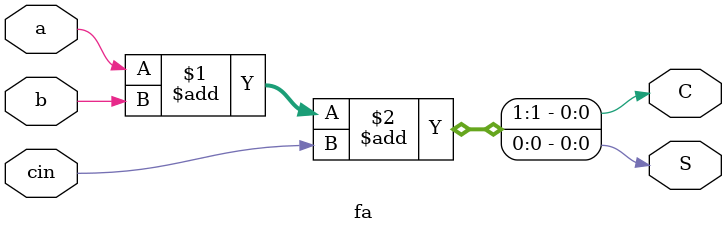
<source format=v>
module fa(a,b,cin,S,C);
input a,b,cin;
output S,C;
assign {C,S}=a+b+cin;
endmodule

</source>
